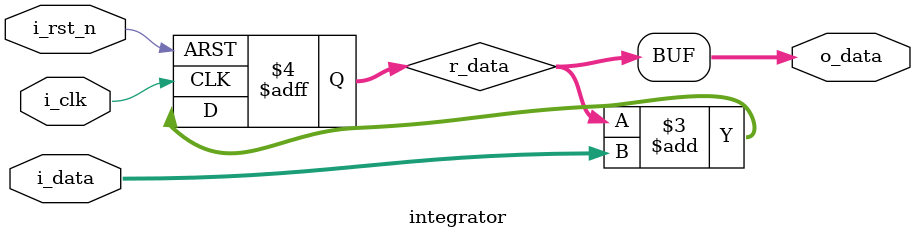
<source format=v>
module integrator #(
  parameter integer DATA_WIDTH = 4
) (
  input i_clk,
  input i_rst_n,
  input [DATA_WIDTH-1:0]  i_data,
  output [DATA_WIDTH-1:0] o_data
);

  reg [DATA_WIDTH-1:0] r_data;

  always @(posedge i_clk or negedge i_rst_n) begin
    if (!i_rst_n) begin
      r_data <= 0;
    end else begin
      r_data <= r_data + i_data;
    end
  end

  assign o_data = r_data;

endmodule
</source>
